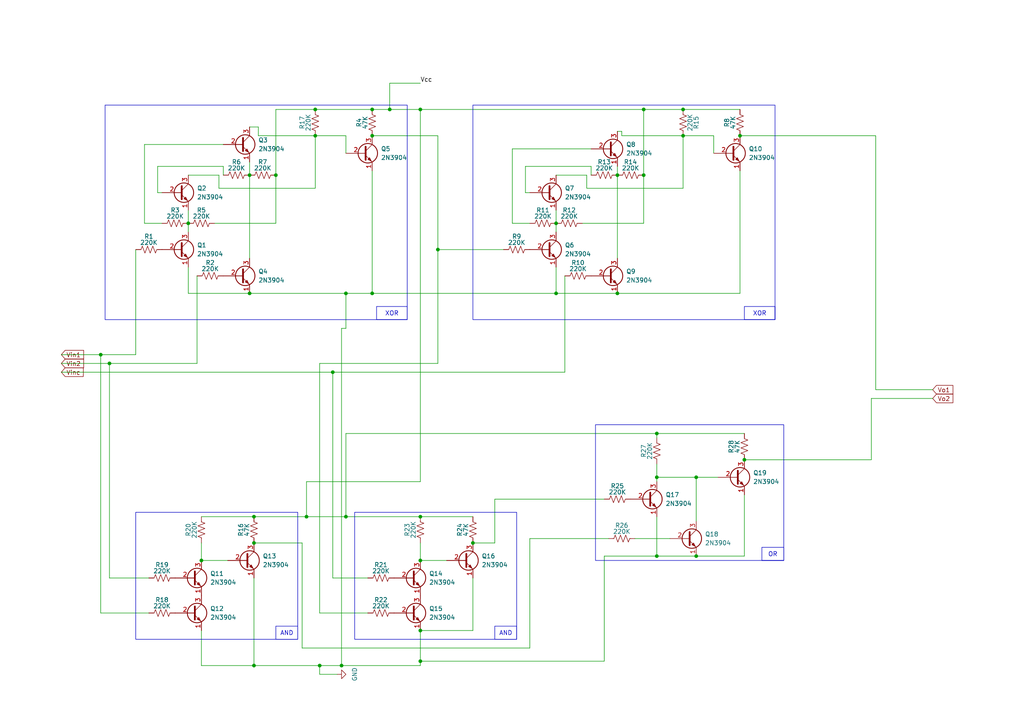
<source format=kicad_sch>
(kicad_sch (version 20231120) (generator "eeschema") (generator_version "8.0")
  (paper "A4")
  (title_block (title "1-Bit Adder") (date "2024-03-29") (rev "1.0"))
  (lib_symbols
    (symbol "Device:R_US" (pin_numbers hide) (pin_names (offset 0))
      (property "Reference" "R" (at 2.54 0 90))
      (property "Value" "R_US" (at -2.54 0 90))
      (symbol "R_US_0_1"
        (polyline (pts (xy 0 -2.286) (xy 0 -2.54)))
        (polyline (pts (xy 0 2.286) (xy 0 2.54)))
        (polyline (pts (xy 0 -0.762) (xy 1.016 -1.143) (xy 0 -1.524) (xy -1.016 -1.905) (xy 0 -2.286)))
        (polyline (pts (xy 0 0.762) (xy 1.016 0.381) (xy 0 0) (xy -1.016 -0.381) (xy 0 -0.762)))
        (polyline (pts (xy 0 2.286) (xy 1.016 1.905) (xy 0 1.524) (xy -1.016 1.143) (xy 0 0.762)))
      )
      (symbol "R_US_1_1"
        (pin passive line (at 0 3.81 270) (length 1.27) (name "~") (number "1"))
        (pin passive line (at 0 -3.81 90) (length 1.27) (name "~") (number "2"))
      )
    )
    (symbol "Simulation_SPICE:VDC" (pin_numbers hide) (pin_names (offset 0.0254))
      (property "Reference" "V" (at 2.54 2.54 0))
      (property "Value" "1" (at 2.54 0 0))
      (symbol "VDC_0_0"
        (polyline (pts (xy -1.27 0.254) (xy 1.27 0.254)))
        (polyline (pts (xy -0.762 -0.254) (xy -1.27 -0.254)))
        (polyline (pts (xy 0.254 -0.254) (xy -0.254 -0.254)))
        (polyline (pts (xy 1.27 -0.254) (xy 0.762 -0.254)))
        (text "+" (at 0 1.905 0) (effects (font (size 1.27 1.27))))
      )
      (symbol "VDC_0_1"
        (circle (center 0 0) (radius 2.54) (stroke (width 0.254)) (fill (type background)))
      )
      (symbol "VDC_1_1"
        (pin passive line (at 0 5.08 270) (length 2.54) (name "~") (number "1"))
        (pin passive line (at 0 -5.08 90) (length 2.54) (name "~") (number "2"))
      )
    )
    (symbol "Transistor_BJT:2N3904" (pin_names (offset 0) hide)
      (property "Reference" "Q" (at 5.08 1.905 0))
      (property "Value" "2N3904" (at 5.08 0 0))
      (symbol "2N3904_0_1"
        (polyline (pts (xy 0.635 0.635) (xy 2.54 2.54)))
        (polyline (pts (xy 0.635 -0.635) (xy 2.54 -2.54) (xy 2.54 -2.54)))
        (polyline (pts (xy 0.635 1.905) (xy 0.635 -1.905) (xy 0.635 -1.905)) (stroke (width 0.508)))
        (polyline (pts (xy 1.27 -1.778) (xy 1.778 -1.27) (xy 2.286 -2.286) (xy 1.27 -1.778) (xy 1.27 -1.778)) (fill (type outline)))
        (circle (center 1.27 0) (radius 2.8194) (stroke (width 0.254)))
      )
      (symbol "2N3904_1_1"
        (pin passive line (at 2.54 -5.08 90) (length 2.54) (name "E") (number "1"))
        (pin passive line (at -5.08 0 0) (length 5.715) (name "B") (number "2"))
        (pin passive line (at 2.54 5.08 270) (length 2.54) (name "C") (number "3"))
      )
    )
    (symbol "power:GND" (power) (pin_numbers hide) (pin_names (offset 0) hide)
      (property "Value" "GND" (at 0 -3.81 0))
      (symbol "GND_0_1"
        (polyline (pts (xy 0 0) (xy 0 -1.27) (xy 1.27 -1.27) (xy 0 -2.54) (xy -1.27 -1.27) (xy 0 -1.27)))
      )
      (symbol "GND_1_1"
        (pin power_in line (at 0 0 270) (length 0) (name "~") (number "1"))
      )
    )
  )
  (junction (at 54.61 64.77))
  (junction (at 127 72.39))
  (junction (at 107.95 39.37))
  (junction (at 179.07 85.09))
  (junction (at 214.63 39.37))
  (junction (at 80.01 50.8))
  (junction (at 121.92 182.88))
  (junction (at 91.44 31.75))
  (junction (at 73.66 157.48))
  (junction (at 121.92 149.86))
  (junction (at 107.95 31.75))
  (junction (at 190.5 138.43))
  (junction (at 198.12 31.75))
  (junction (at 186.69 50.8))
  (junction (at 190.5 125.73))
  (junction (at 121.92 31.75))
  (junction (at 92.71 193.04))
  (junction (at 137.16 157.48))
  (junction (at 96.52 107.95))
  (junction (at 31.75 105.41))
  (junction (at 121.92 162.56))
  (junction (at 100.33 149.86))
  (junction (at 91.44 39.37))
  (junction (at 100.33 85.09))
  (junction (at 113.03 31.75))
  (junction (at 73.66 193.04))
  (junction (at 88.9 149.86))
  (junction (at 161.29 85.09))
  (junction (at 72.39 50.8))
  (junction (at 121.92 191.77))
  (junction (at 107.95 85.09))
  (junction (at 161.29 64.77))
  (junction (at 201.93 138.43))
  (junction (at 73.66 149.86))
  (junction (at 58.42 162.56))
  (junction (at 72.39 85.09))
  (junction (at 190.5 161.29))
  (junction (at 99.06 193.04))
  (junction (at 201.93 161.29))
  (junction (at 179.07 50.8))
  (junction (at 29.21 102.87))
  (junction (at 215.9 133.35))
  (junction (at 198.12 39.37))
  (junction (at 186.69 31.75))
  (wire (pts (xy 74.93 36.83) (xy 72.39 36.83)))
  (wire (pts (xy 87.63 157.48) (xy 73.66 157.48)))
  (wire (pts (xy 57.15 105.41) (xy 31.75 105.41)))
  (wire (pts (xy 31.75 167.64) (xy 31.75 105.41)))
  (wire (pts (xy 92.71 105.41) (xy 92.71 177.8)))
  (wire (pts (xy 72.39 85.09) (xy 100.33 85.09)))
  (wire (pts (xy 254 39.37) (xy 254 113.03)))
  (wire (pts (xy 121.92 139.7) (xy 121.92 31.75)))
  (wire (pts (xy 107.95 49.53) (xy 107.95 85.09)))
  (wire (pts (xy 107.95 85.09) (xy 161.29 85.09)))
  (wire (pts (xy 180.34 39.37) (xy 198.12 39.37)))
  (wire (pts (xy 186.69 50.8) (xy 186.69 64.77)))
  (wire (pts (xy 43.18 177.8) (xy 29.21 177.8)))
  (wire (pts (xy 137.16 182.88) (xy 121.92 182.88)))
  (wire (pts (xy 45.72 48.26) (xy 64.77 48.26)))
  (wire (pts (xy 100.33 85.09) (xy 100.33 95.25)))
  (wire (pts (xy 72.39 50.8) (xy 72.39 74.93)))
  (wire (pts (xy 54.61 77.47) (xy 54.61 85.09)))
  (wire (pts (xy 186.69 31.75) (xy 198.12 31.75)))
  (wire (pts (xy 58.42 193.04) (xy 73.66 193.04)))
  (wire (pts (xy 54.61 60.96) (xy 54.61 64.77)))
  (wire (pts (xy 64.77 48.26) (xy 64.77 50.8)))
  (wire (pts (xy 58.42 149.86) (xy 73.66 149.86)))
  (wire (pts (xy 99.06 95.25) (xy 99.06 193.04)))
  (wire (pts (xy 190.5 138.43) (xy 190.5 139.7)))
  (wire (pts (xy 92.71 177.8) (xy 106.68 177.8)))
  (wire (pts (xy 91.44 39.37) (xy 74.93 39.37)))
  (wire (pts (xy 113.03 24.13) (xy 121.92 24.13)))
  (wire (pts (xy 88.9 149.86) (xy 88.9 139.7)))
  (wire (pts (xy 88.9 139.7) (xy 121.92 139.7)))
  (wire (pts (xy 58.42 157.48) (xy 58.42 162.56)))
  (wire (pts (xy 190.5 149.86) (xy 190.5 161.29)))
  (wire (pts (xy 100.33 125.73) (xy 190.5 125.73)))
  (wire (pts (xy 87.63 187.96) (xy 87.63 157.48)))
  (wire (pts (xy 161.29 77.47) (xy 161.29 85.09)))
  (wire (pts (xy 100.33 85.09) (xy 107.95 85.09)))
  (wire (pts (xy 153.67 156.21) (xy 153.67 187.96)))
  (wire (pts (xy 215.9 125.73) (xy 190.5 125.73)))
  (wire (pts (xy 179.07 48.26) (xy 179.07 50.8)))
  (wire (pts (xy 201.93 151.13) (xy 201.93 138.43)))
  (wire (pts (xy 91.44 39.37) (xy 91.44 54.61)))
  (wire (pts (xy 88.9 149.86) (xy 100.33 149.86)))
  (wire (pts (xy 179.07 85.09) (xy 214.63 85.09)))
  (wire (pts (xy 107.95 31.75) (xy 113.03 31.75)))
  (wire (pts (xy 96.52 107.95) (xy 96.52 167.64)))
  (wire (pts (xy 74.93 39.37) (xy 74.93 36.83)))
  (wire (pts (xy 17.78 107.95) (xy 96.52 107.95)))
  (wire (pts (xy 179.07 50.8) (xy 179.07 74.93)))
  (wire (pts (xy 184.15 156.21) (xy 194.31 156.21)))
  (wire (pts (xy 29.21 102.87) (xy 39.37 102.87)))
  (wire (pts (xy 80.01 31.75) (xy 80.01 50.8)))
  (wire (pts (xy 121.92 157.48) (xy 121.92 162.56)))
  (wire (pts (xy 170.18 54.61) (xy 198.12 54.61)))
  (wire (pts (xy 121.92 149.86) (xy 137.16 149.86)))
  (wire (pts (xy 58.42 182.88) (xy 58.42 193.04)))
  (wire (pts (xy 92.71 193.04) (xy 99.06 193.04)))
  (wire (pts (xy 73.66 193.04) (xy 92.71 193.04)))
  (wire (pts (xy 129.54 162.56) (xy 121.92 162.56)))
  (wire (pts (xy 152.4 55.88) (xy 153.67 55.88)))
  (wire (pts (xy 215.9 143.51) (xy 215.9 161.29)))
  (wire (pts (xy 43.18 167.64) (xy 31.75 167.64)))
  (wire (pts (xy 73.66 149.86) (xy 88.9 149.86)))
  (wire (pts (xy 92.71 195.58) (xy 92.71 193.04)))
  (wire (pts (xy 143.51 144.78) (xy 175.26 144.78)))
  (wire (pts (xy 100.33 44.45) (xy 100.33 39.37)))
  (wire (pts (xy 57.15 80.01) (xy 57.15 105.41)))
  (wire (pts (xy 54.61 64.77) (xy 54.61 67.31)))
  (wire (pts (xy 91.44 31.75) (xy 107.95 31.75)))
  (wire (pts (xy 175.26 191.77) (xy 121.92 191.77)))
  (wire (pts (xy 207.01 39.37) (xy 198.12 39.37)))
  (wire (pts (xy 198.12 31.75) (xy 214.63 31.75)))
  (wire (pts (xy 186.69 31.75) (xy 186.69 50.8)))
  (wire (pts (xy 175.26 161.29) (xy 175.26 191.77)))
  (wire (pts (xy 171.45 48.26) (xy 171.45 50.8)))
  (wire (pts (xy 252.73 115.57) (xy 252.73 133.35)))
  (wire (pts (xy 17.78 105.41) (xy 31.75 105.41)))
  (wire (pts (xy 113.03 31.75) (xy 121.92 31.75)))
  (wire (pts (xy 127 72.39) (xy 146.05 72.39)))
  (wire (pts (xy 153.67 156.21) (xy 176.53 156.21)))
  (wire (pts (xy 148.59 64.77) (xy 148.59 43.18)))
  (wire (pts (xy 121.92 31.75) (xy 186.69 31.75)))
  (wire (pts (xy 190.5 138.43) (xy 201.93 138.43)))
  (wire (pts (xy 152.4 48.26) (xy 171.45 48.26)))
  (wire (pts (xy 190.5 134.62) (xy 190.5 138.43)))
  (wire (pts (xy 215.9 133.35) (xy 252.73 133.35)))
  (wire (pts (xy 121.92 182.88) (xy 121.92 191.77)))
  (wire (pts (xy 190.5 161.29) (xy 201.93 161.29)))
  (wire (pts (xy 254 39.37) (xy 214.63 39.37)))
  (wire (pts (xy 198.12 39.37) (xy 198.12 54.61)))
  (wire (pts (xy 100.33 95.25) (xy 99.06 95.25)))
  (wire (pts (xy 45.72 55.88) (xy 45.72 48.26)))
  (wire (pts (xy 72.39 46.99) (xy 72.39 50.8)))
  (wire (pts (xy 17.78 102.87) (xy 29.21 102.87)))
  (wire (pts (xy 137.16 167.64) (xy 137.16 182.88)))
  (wire (pts (xy 190.5 125.73) (xy 190.5 127)))
  (wire (pts (xy 100.33 125.73) (xy 100.33 149.86)))
  (wire (pts (xy 161.29 64.77) (xy 161.29 67.31)))
  (wire (pts (xy -30.48 114.3) (xy -30.48 115.57)))
  (wire (pts (xy 127 39.37) (xy 127 72.39)))
  (wire (pts (xy 80.01 31.75) (xy 91.44 31.75)))
  (wire (pts (xy 270.51 113.03) (xy 254 113.03)))
  (wire (pts (xy 127 72.39) (xy 127 105.41)))
  (wire (pts (xy 63.5 50.8) (xy 63.5 54.61)))
  (wire (pts (xy 54.61 85.09) (xy 72.39 85.09)))
  (wire (pts (xy 63.5 54.61) (xy 91.44 54.61)))
  (wire (pts (xy 137.16 157.48) (xy 143.51 157.48)))
  (wire (pts (xy 99.06 193.04) (xy 121.92 193.04)))
  (wire (pts (xy 66.04 162.56) (xy 58.42 162.56)))
  (wire (pts (xy 45.72 55.88) (xy 46.99 55.88)))
  (wire (pts (xy 54.61 50.8) (xy 63.5 50.8)))
  (wire (pts (xy 46.99 64.77) (xy 41.91 64.77)))
  (wire (pts (xy 180.34 38.1) (xy 180.34 39.37)))
  (wire (pts (xy 41.91 64.77) (xy 41.91 41.91)))
  (wire (pts (xy 62.23 64.77) (xy 80.01 64.77)))
  (wire (pts (xy 153.67 64.77) (xy 148.59 64.77)))
  (wire (pts (xy 161.29 50.8) (xy 170.18 50.8)))
  (wire (pts (xy 163.83 80.01) (xy 163.83 107.95)))
  (wire (pts (xy 207.01 44.45) (xy 207.01 39.37)))
  (wire (pts (xy 127 39.37) (xy 107.95 39.37)))
  (wire (pts (xy 121.92 191.77) (xy 121.92 193.04)))
  (wire (pts (xy 92.71 195.58) (xy 97.79 195.58)))
  (wire (pts (xy 161.29 85.09) (xy 179.07 85.09)))
  (wire (pts (xy 170.18 50.8) (xy 170.18 54.61)))
  (wire (pts (xy 29.21 177.8) (xy 29.21 102.87)))
  (wire (pts (xy 113.03 24.13) (xy 113.03 31.75)))
  (wire (pts (xy 39.37 102.87) (xy 39.37 72.39)))
  (wire (pts (xy 201.93 138.43) (xy 208.28 138.43)))
  (wire (pts (xy 73.66 167.64) (xy 73.66 193.04)))
  (wire (pts (xy 148.59 43.18) (xy 171.45 43.18)))
  (wire (pts (xy 96.52 167.64) (xy 106.68 167.64)))
  (wire (pts (xy 100.33 149.86) (xy 121.92 149.86)))
  (wire (pts (xy 214.63 49.53) (xy 214.63 85.09)))
  (wire (pts (xy 152.4 55.88) (xy 152.4 48.26)))
  (wire (pts (xy 168.91 64.77) (xy 186.69 64.77)))
  (wire (pts (xy 143.51 157.48) (xy 143.51 144.78)))
  (wire (pts (xy 127 105.41) (xy 92.71 105.41)))
  (wire (pts (xy 190.5 161.29) (xy 175.26 161.29)))
  (wire (pts (xy 91.44 39.37) (xy 100.33 39.37)))
  (wire (pts (xy 270.51 115.57) (xy 252.73 115.57)))
  (wire (pts (xy 80.01 50.8) (xy 80.01 64.77)))
  (wire (pts (xy 201.93 161.29) (xy 215.9 161.29)))
  (wire (pts (xy 179.07 38.1) (xy 180.34 38.1)))
  (wire (pts (xy 41.91 41.91) (xy 64.77 41.91)))
  (wire (pts (xy 96.52 107.95) (xy 163.83 107.95)))
  (wire (pts (xy 161.29 60.96) (xy 161.29 64.77)))
  (wire (pts (xy 153.67 187.96) (xy 87.63 187.96)))
  (rectangle (start 102.87 148.59) (end 149.86 185.42))
  (rectangle (start 137.16 30.48) (end 224.79 92.71))
  (rectangle (start 172.72 123.19) (end 227.33 162.56))
  (rectangle (start 30.48 30.48) (end 118.11 92.71))
  (rectangle (start 39.37 148.59) (end 86.36 185.42))
  (text_box "XOR\n" (at 109.22 88.9 0) (size 8.89 3.81) (effects (font (size 1.27 1.27))))
  (text_box "OR" (at 220.98 158.75 0) (size 6.35 3.81) (effects (font (size 1.27 1.27))))
  (text_box "AND" (at 80.01 181.61 0) (size 6.35 3.81) (effects (font (size 1.27 1.27))))
  (text_box "AND" (at 143.51 181.61 0) (size 6.35 3.81) (effects (font (size 1.27 1.27))))
  (text_box "XOR\n" (at 215.9 88.9 0) (size 8.89 3.81) (effects (font (size 1.27 1.27))))
  (label "Vin2" (at -30.48 115.57 0))
  (label "Vin1" (at -46.99 115.57 0))
  (label "Vinc" (at -15.24 115.57 0))
  (label "Vcc" (at 121.92 24.13 0))
  (label "Vcc" (at -15.24 135.89 0))
  (global_label "Vo1" (shape input) (at 270.51 113.03 0) (property "Intersheetrefs" "${INTERSHEET_REFS}" (effects (hide yes))))
  (global_label "Vin2" (shape input) (at 17.78 105.41 0) (property "Intersheetrefs" "${INTERSHEET_REFS}" (effects (hide yes))))
  (global_label "Vin1" (shape input) (at 17.78 102.87 0) (property "Intersheetrefs" "${INTERSHEET_REFS}" (effects (hide yes))))
  (global_label "Vo2" (shape input) (at 270.51 115.57 0) (property "Intersheetrefs" "${INTERSHEET_REFS}" (effects (hide yes))))
  (global_label "Vinc" (shape input) (at 17.78 107.95 0) (property "Intersheetrefs" "${INTERSHEET_REFS}" (effects (hide yes))))
  (symbol (lib_id "Transistor_BJT:2N3904") (at 213.36 138.43 0) (unit 1)
    (property "Reference" "Q19" (at 218.44 137.1599 0) (effects (justify left)))
    (property "Value" "2N3904" (at 218.44 139.6999 0) (effects (justify left)))
    (property "Footprint" "Package_TO_SOT_THT:TO-92_HandSolder" (effects (hide yes)))
    (property "Datasheet" "https://www.onsemi.com/pub/Collateral/2N3903-D.PDF" (effects (hide yes)))
    (property "Description" "0.2A Ic, 40V Vce, Small Signal NPN Transistor, TO-92" (effects (hide yes)))
    (property "Sim.Library" "2N3904.lib" (effects (hide yes)))
    (property "Sim.Name" "2N3904" (effects (hide yes)))
    (property "Sim.Device" "NPN" (effects (hide yes)))
    (property "Sim.Type" "GUMMELPOON" (effects (hide yes)))
    (property "Sim.Pins" "1=E 2=B 3=C" (effects (hide yes)))
  )
  (symbol (lib_id "power:GND") (at -15.24 125.73 0) (unit 1)
    (property "Reference" "#PWR02" (effects (hide yes)))
    (property "Value" "GND" (at -15.24 130.81 0))
    (property "Description" "Power symbol creates a global label with name \"GND\" , ground" (effects (hide yes)))
  )
  (symbol (lib_id "Device:R_US") (at 137.16 153.67 180) (unit 1)
    (property "Reference" "R24" (at 133.35 153.67 90))
    (property "Value" "47K" (at 135.128 153.67 90))
    (property "Footprint" "Resistor_THT:R_Axial_DIN0207_L6.3mm_D2.5mm_P2.54mm_Vertical" (effects (hide yes)))
    (property "Description" "Resistor, US symbol" (effects (hide yes)))
  )
  (symbol (lib_id "Transistor_BJT:2N3904") (at 212.09 44.45 0) (unit 1)
    (property "Reference" "Q10" (at 217.17 43.1799 0) (effects (justify left)))
    (property "Value" "2N3904" (at 217.17 45.7199 0) (effects (justify left)))
    (property "Footprint" "Package_TO_SOT_THT:TO-92_HandSolder" (effects (hide yes)))
    (property "Datasheet" "https://www.onsemi.com/pub/Collateral/2N3903-D.PDF" (effects (hide yes)))
    (property "Description" "0.2A Ic, 40V Vce, Small Signal NPN Transistor, TO-92" (effects (hide yes)))
    (property "Sim.Library" "2N3904.lib" (effects (hide yes)))
    (property "Sim.Name" "2N3904" (effects (hide yes)))
    (property "Sim.Device" "NPN" (effects (hide yes)))
    (property "Sim.Type" "GUMMELPOON" (effects (hide yes)))
    (property "Sim.Pins" "1=E 2=B 3=C" (effects (hide yes)))
  )
  (symbol (lib_id "Device:R_US") (at 46.99 177.8 90) (unit 1)
    (property "Reference" "R18" (at 46.99 173.99 90))
    (property "Value" "220K" (at 46.99 175.768 90))
    (property "Footprint" "Resistor_THT:R_Axial_DIN0207_L6.3mm_D2.5mm_P2.54mm_Vertical" (effects (hide yes)))
    (property "Description" "Resistor, US symbol" (effects (hide yes)))
  )
  (symbol (lib_id "Transistor_BJT:2N3904") (at 69.85 41.91 0) (unit 1)
    (property "Reference" "Q3" (at 74.93 40.6399 0) (effects (justify left)))
    (property "Value" "2N3904" (at 74.93 43.1799 0) (effects (justify left)))
    (property "Footprint" "Package_TO_SOT_THT:TO-92_HandSolder" (effects (hide yes)))
    (property "Datasheet" "https://www.onsemi.com/pub/Collateral/2N3903-D.PDF" (effects (hide yes)))
    (property "Description" "0.2A Ic, 40V Vce, Small Signal NPN Transistor, TO-92" (effects (hide yes)))
    (property "Sim.Library" "2N3904.lib" (effects (hide yes)))
    (property "Sim.Name" "2N3904" (effects (hide yes)))
    (property "Sim.Device" "NPN" (effects (hide yes)))
    (property "Sim.Type" "GUMMELPOON" (effects (hide yes)))
    (property "Sim.Pins" "1=E 2=B 3=C" (effects (hide yes)))
  )
  (symbol (lib_id "Device:R_US") (at 149.86 72.39 90) (unit 1)
    (property "Reference" "R9" (at 149.86 68.58 90))
    (property "Value" "220K" (at 149.86 70.358 90))
    (property "Footprint" "Resistor_THT:R_Axial_DIN0207_L6.3mm_D2.5mm_P2.54mm_Vertical" (effects (hide yes)))
    (property "Description" "Resistor, US symbol" (effects (hide yes)))
  )
  (symbol (lib_id "Device:R_US") (at 214.63 35.56 180) (unit 1)
    (property "Reference" "R8" (at 210.82 35.56 90))
    (property "Value" "47K" (at 212.598 35.56 90))
    (property "Footprint" "Resistor_THT:R_Axial_DIN0207_L6.3mm_D2.5mm_P2.54mm_Vertical" (effects (hide yes)))
    (property "Description" "Resistor, US symbol" (effects (hide yes)))
  )
  (symbol (lib_id "Transistor_BJT:2N3904") (at 105.41 44.45 0) (unit 1)
    (property "Reference" "Q5" (at 110.49 43.1799 0) (effects (justify left)))
    (property "Value" "2N3904" (at 110.49 45.7199 0) (effects (justify left)))
    (property "Footprint" "Package_TO_SOT_THT:TO-92_HandSolder" (effects (hide yes)))
    (property "Datasheet" "https://www.onsemi.com/pub/Collateral/2N3903-D.PDF" (effects (hide yes)))
    (property "Description" "0.2A Ic, 40V Vce, Small Signal NPN Transistor, TO-92" (effects (hide yes)))
    (property "Sim.Library" "2N3904.lib" (effects (hide yes)))
    (property "Sim.Name" "2N3904" (effects (hide yes)))
    (property "Sim.Device" "NPN" (effects (hide yes)))
    (property "Sim.Type" "GUMMELPOON" (effects (hide yes)))
    (property "Sim.Pins" "1=E 2=B 3=C" (effects (hide yes)))
  )
  (symbol (lib_id "Device:R_US") (at 180.34 156.21 90) (unit 1)
    (property "Reference" "R26" (at 180.34 152.4 90))
    (property "Value" "220K" (at 180.34 154.178 90))
    (property "Footprint" "Resistor_THT:R_Axial_DIN0207_L6.3mm_D2.5mm_P2.54mm_Vertical" (effects (hide yes)))
    (property "Description" "Resistor, US symbol" (effects (hide yes)))
  )
  (symbol (lib_id "Transistor_BJT:2N3904") (at 55.88 167.64 0) (unit 1)
    (property "Reference" "Q11" (at 60.96 166.3699 0) (effects (justify left)))
    (property "Value" "2N3904" (at 60.96 168.9099 0) (effects (justify left)))
    (property "Footprint" "Package_TO_SOT_THT:TO-92_HandSolder" (effects (hide yes)))
    (property "Datasheet" "https://www.onsemi.com/pub/Collateral/2N3903-D.PDF" (effects (hide yes)))
    (property "Description" "0.2A Ic, 40V Vce, Small Signal NPN Transistor, TO-92" (effects (hide yes)))
    (property "Sim.Library" "2N3904.lib" (effects (hide yes)))
    (property "Sim.Name" "2N3904" (effects (hide yes)))
    (property "Sim.Device" "NPN" (effects (hide yes)))
    (property "Sim.Type" "GUMMELPOON" (effects (hide yes)))
    (property "Sim.Pins" "1=E 2=B 3=C" (effects (hide yes)))
  )
  (symbol (lib_id "Device:R_US") (at 165.1 64.77 90) (unit 1)
    (property "Reference" "R12" (at 165.1 60.96 90))
    (property "Value" "220K" (at 165.1 62.738 90))
    (property "Footprint" "Resistor_THT:R_Axial_DIN0207_L6.3mm_D2.5mm_P2.54mm_Vertical" (effects (hide yes)))
    (property "Description" "Resistor, US symbol" (effects (hide yes)))
  )
  (symbol (lib_id "Device:R_US") (at 121.92 153.67 180) (unit 1)
    (property "Reference" "R23" (at 118.11 153.67 90))
    (property "Value" "220K" (at 119.888 153.67 90))
    (property "Footprint" "Resistor_THT:R_Axial_DIN0207_L6.3mm_D2.5mm_P2.54mm_Vertical" (effects (hide yes)))
    (property "Description" "Resistor, US symbol" (effects (hide yes)))
  )
  (symbol (lib_id "Device:R_US") (at 91.44 35.56 180) (unit 1)
    (property "Reference" "R17" (at 87.63 35.56 90))
    (property "Value" "220K" (at 89.408 35.56 90))
    (property "Footprint" "Resistor_THT:R_Axial_DIN0207_L6.3mm_D2.5mm_P2.54mm_Vertical" (effects (hide yes)))
    (property "Description" "Resistor, US symbol" (effects (hide yes)))
  )
  (symbol (lib_id "Transistor_BJT:2N3904") (at 71.12 162.56 0) (unit 1)
    (property "Reference" "Q13" (at 76.2 161.2899 0) (effects (justify left)))
    (property "Value" "2N3904" (at 76.2 163.8299 0) (effects (justify left)))
    (property "Footprint" "Package_TO_SOT_THT:TO-92_HandSolder" (effects (hide yes)))
    (property "Datasheet" "https://www.onsemi.com/pub/Collateral/2N3903-D.PDF" (effects (hide yes)))
    (property "Description" "0.2A Ic, 40V Vce, Small Signal NPN Transistor, TO-92" (effects (hide yes)))
    (property "Sim.Library" "2N3904.lib" (effects (hide yes)))
    (property "Sim.Name" "2N3904" (effects (hide yes)))
    (property "Sim.Device" "NPN" (effects (hide yes)))
    (property "Sim.Type" "GUMMELPOON" (effects (hide yes)))
    (property "Sim.Pins" "1=E 2=B 3=C" (effects (hide yes)))
  )
  (symbol (lib_id "Device:R_US") (at 179.07 144.78 90) (unit 1)
    (property "Reference" "R25" (at 179.07 140.97 90))
    (property "Value" "220K" (at 179.07 142.748 90))
    (property "Footprint" "Resistor_THT:R_Axial_DIN0207_L6.3mm_D2.5mm_P2.54mm_Vertical" (effects (hide yes)))
    (property "Description" "Resistor, US symbol" (effects (hide yes)))
  )
  (symbol (lib_id "Simulation_SPICE:VDC") (at -15.24 140.97 0) (unit 1)
    (property "Reference" "Vcc1" (at -10.16 139.5701 0) (effects (justify left)))
    (property "Value" "5" (at -10.16 142.1101 0) (effects (justify left)))
    (property "Datasheet" "https://ngspice.sourceforge.io/docs/ngspice-html-manual/manual.xhtml#sec_Independent_Sources_for" (effects (hide yes)))
    (property "Description" "Voltage source, DC" (effects (hide yes)))
    (property "Sim.Pins" "1=+ 2=-" (effects (hide yes)))
    (property "Sim.Type" "DC" (effects (hide yes)))
    (property "Sim.Device" "V" (effects (hide yes)))
  )
  (symbol (lib_id "power:GND") (at -15.24 146.05 0) (unit 1)
    (property "Reference" "#PWR03" (effects (hide yes)))
    (property "Value" "GND" (at -15.24 151.13 0))
    (property "Description" "Power symbol creates a global label with name \"GND\" , ground" (effects (hide yes)))
  )
  (symbol (lib_id "Device:R_US") (at 68.58 50.8 90) (unit 1)
    (property "Reference" "R6" (at 68.58 46.99 90))
    (property "Value" "220K" (at 68.58 48.768 90))
    (property "Footprint" "Resistor_THT:R_Axial_DIN0207_L6.3mm_D2.5mm_P2.54mm_Vertical" (effects (hide yes)))
    (property "Description" "Resistor, US symbol" (effects (hide yes)))
  )
  (symbol (lib_id "power:GND") (at -30.48 124.46 0) (unit 1)
    (property "Reference" "#PWR01" (effects (hide yes)))
    (property "Value" "GND" (at -30.48 129.54 0))
    (property "Description" "Power symbol creates a global label with name \"GND\" , ground" (effects (hide yes)))
  )
  (symbol (lib_id "Simulation_SPICE:VDC") (at -15.24 120.65 0) (unit 1)
    (property "Reference" "Vinc1" (at -10.16 119.2501 0) (effects (justify left)))
    (property "Value" "0" (at -10.16 121.7901 0) (effects (justify left)))
    (property "Datasheet" "https://ngspice.sourceforge.io/docs/ngspice-html-manual/manual.xhtml#sec_Independent_Sources_for" (effects (hide yes)))
    (property "Description" "Voltage source, DC" (effects (hide yes)))
    (property "Sim.Pins" "1=+ 2=-" (effects (hide yes)))
    (property "Sim.Type" "DC" (effects (hide yes)))
    (property "Sim.Device" "V" (effects (hide yes)))
  )
  (symbol (lib_id "Device:R_US") (at 190.5 130.81 180) (unit 1)
    (property "Reference" "R27" (at 186.69 130.81 90))
    (property "Value" "220K" (at 188.468 130.81 90))
    (property "Footprint" "Resistor_THT:R_Axial_DIN0207_L6.3mm_D2.5mm_P2.54mm_Vertical" (effects (hide yes)))
    (property "Description" "Resistor, US symbol" (effects (hide yes)))
  )
  (symbol (lib_id "Transistor_BJT:2N3904") (at 134.62 162.56 0) (unit 1)
    (property "Reference" "Q16" (at 139.7 161.2899 0) (effects (justify left)))
    (property "Value" "2N3904" (at 139.7 163.8299 0) (effects (justify left)))
    (property "Footprint" "Package_TO_SOT_THT:TO-92_HandSolder" (effects (hide yes)))
    (property "Datasheet" "https://www.onsemi.com/pub/Collateral/2N3903-D.PDF" (effects (hide yes)))
    (property "Description" "0.2A Ic, 40V Vce, Small Signal NPN Transistor, TO-92" (effects (hide yes)))
    (property "Sim.Library" "2N3904.lib" (effects (hide yes)))
    (property "Sim.Name" "2N3904" (effects (hide yes)))
    (property "Sim.Device" "NPN" (effects (hide yes)))
    (property "Sim.Type" "GUMMELPOON" (effects (hide yes)))
    (property "Sim.Pins" "1=E 2=B 3=C" (effects (hide yes)))
  )
  (symbol (lib_id "Device:R_US") (at 58.42 64.77 90) (unit 1)
    (property "Reference" "R5" (at 58.42 60.96 90))
    (property "Value" "220K" (at 58.42 62.738 90))
    (property "Footprint" "Resistor_THT:R_Axial_DIN0207_L6.3mm_D2.5mm_P2.54mm_Vertical" (effects (hide yes)))
    (property "Description" "Resistor, US symbol" (effects (hide yes)))
  )
  (symbol (lib_id "Device:R_US") (at 110.49 167.64 90) (unit 1)
    (property "Reference" "R21" (at 110.49 163.83 90))
    (property "Value" "220K" (at 110.49 165.608 90))
    (property "Footprint" "Resistor_THT:R_Axial_DIN0207_L6.3mm_D2.5mm_P2.54mm_Vertical" (effects (hide yes)))
    (property "Description" "Resistor, US symbol" (effects (hide yes)))
  )
  (symbol (lib_id "power:GND") (at 97.79 195.58 90) (unit 1)
    (property "Reference" "#PWR04" (effects (hide yes)))
    (property "Value" "GND" (at 102.87 195.58 0))
    (property "Description" "Power symbol creates a global label with name \"GND\" , ground" (effects (hide yes)))
  )
  (symbol (lib_id "Simulation_SPICE:VDC") (at -30.48 119.38 0) (unit 1)
    (property "Reference" "Vin2" (at -25.4 117.9801 0) (effects (justify left)))
    (property "Value" "5" (at -25.4 120.5201 0) (effects (justify left)))
    (property "Datasheet" "https://ngspice.sourceforge.io/docs/ngspice-html-manual/manual.xhtml#sec_Independent_Sources_for" (effects (hide yes)))
    (property "Description" "Voltage source, DC" (effects (hide yes)))
    (property "Sim.Pins" "1=+ 2=-" (effects (hide yes)))
    (property "Sim.Type" "DC" (effects (hide yes)))
    (property "Sim.Device" "V" (effects (hide yes)))
  )
  (symbol (lib_id "Device:R_US") (at 60.96 80.01 90) (unit 1)
    (property "Reference" "R2" (at 60.96 76.2 90))
    (property "Value" "220K" (at 60.96 77.978 90))
    (property "Footprint" "Resistor_THT:R_Axial_DIN0207_L6.3mm_D2.5mm_P2.54mm_Vertical" (effects (hide yes)))
    (property "Description" "Resistor, US symbol" (effects (hide yes)))
  )
  (symbol (lib_id "Device:R_US") (at 76.2 50.8 90) (unit 1)
    (property "Reference" "R7" (at 76.2 46.99 90))
    (property "Value" "220K" (at 76.2 48.768 90))
    (property "Footprint" "Resistor_THT:R_Axial_DIN0207_L6.3mm_D2.5mm_P2.54mm_Vertical" (effects (hide yes)))
    (property "Description" "Resistor, US symbol" (effects (hide yes)))
  )
  (symbol (lib_id "Device:R_US") (at 157.48 64.77 90) (unit 1)
    (property "Reference" "R11" (at 157.48 60.96 90))
    (property "Value" "220K" (at 157.48 62.738 90))
    (property "Footprint" "Resistor_THT:R_Axial_DIN0207_L6.3mm_D2.5mm_P2.54mm_Vertical" (effects (hide yes)))
    (property "Description" "Resistor, US symbol" (effects (hide yes)))
  )
  (symbol (lib_id "Device:R_US") (at 58.42 153.67 180) (unit 1)
    (property "Reference" "R20" (at 54.61 153.67 90))
    (property "Value" "220K" (at 56.388 153.67 90))
    (property "Footprint" "Resistor_THT:R_Axial_DIN0207_L6.3mm_D2.5mm_P2.54mm_Vertical" (effects (hide yes)))
    (property "Description" "Resistor, US symbol" (effects (hide yes)))
  )
  (symbol (lib_id "Transistor_BJT:2N3904") (at 176.53 43.18 0) (unit 1)
    (property "Reference" "Q8" (at 181.61 41.9099 0) (effects (justify left)))
    (property "Value" "2N3904" (at 181.61 44.4499 0) (effects (justify left)))
    (property "Footprint" "Package_TO_SOT_THT:TO-92_HandSolder" (effects (hide yes)))
    (property "Datasheet" "https://www.onsemi.com/pub/Collateral/2N3903-D.PDF" (effects (hide yes)))
    (property "Description" "0.2A Ic, 40V Vce, Small Signal NPN Transistor, TO-92" (effects (hide yes)))
    (property "Sim.Library" "2N3904.lib" (effects (hide yes)))
    (property "Sim.Name" "2N3904" (effects (hide yes)))
    (property "Sim.Device" "NPN" (effects (hide yes)))
    (property "Sim.Type" "GUMMELPOON" (effects (hide yes)))
    (property "Sim.Pins" "1=E 2=B 3=C" (effects (hide yes)))
  )
  (symbol (lib_id "Device:R_US") (at 198.12 35.56 0) (unit 1)
    (property "Reference" "R15" (at 201.93 35.56 90))
    (property "Value" "220K" (at 200.152 35.56 90))
    (property "Footprint" "Resistor_THT:R_Axial_DIN0207_L6.3mm_D2.5mm_P2.54mm_Vertical" (effects (hide yes)))
    (property "Description" "Resistor, US symbol" (effects (hide yes)))
  )
  (symbol (lib_id "Transistor_BJT:2N3904") (at 69.85 80.01 0) (unit 1)
    (property "Reference" "Q4" (at 74.93 78.7399 0) (effects (justify left)))
    (property "Value" "2N3904" (at 74.93 81.2799 0) (effects (justify left)))
    (property "Footprint" "Package_TO_SOT_THT:TO-92_HandSolder" (effects (hide yes)))
    (property "Datasheet" "https://www.onsemi.com/pub/Collateral/2N3903-D.PDF" (effects (hide yes)))
    (property "Description" "0.2A Ic, 40V Vce, Small Signal NPN Transistor, TO-92" (effects (hide yes)))
    (property "Sim.Library" "2N3904.lib" (effects (hide yes)))
    (property "Sim.Name" "2N3904" (effects (hide yes)))
    (property "Sim.Device" "NPN" (effects (hide yes)))
    (property "Sim.Type" "GUMMELPOON" (effects (hide yes)))
    (property "Sim.Pins" "1=E 2=B 3=C" (effects (hide yes)))
  )
  (symbol (lib_id "Transistor_BJT:2N3904") (at 158.75 72.39 0) (unit 1)
    (property "Reference" "Q6" (at 163.83 71.1199 0) (effects (justify left)))
    (property "Value" "2N3904" (at 163.83 73.6599 0) (effects (justify left)))
    (property "Footprint" "Package_TO_SOT_THT:TO-92_HandSolder" (effects (hide yes)))
    (property "Datasheet" "https://www.onsemi.com/pub/Collateral/2N3903-D.PDF" (effects (hide yes)))
    (property "Description" "0.2A Ic, 40V Vce, Small Signal NPN Transistor, TO-92" (effects (hide yes)))
    (property "Sim.Library" "2N3904.lib" (effects (hide yes)))
    (property "Sim.Name" "2N3904" (effects (hide yes)))
    (property "Sim.Device" "NPN" (effects (hide yes)))
    (property "Sim.Type" "GUMMELPOON" (effects (hide yes)))
    (property "Sim.Pins" "1=E 2=B 3=C" (effects (hide yes)))
  )
  (symbol (lib_id "Device:R_US") (at 110.49 177.8 90) (unit 1)
    (property "Reference" "R22" (at 110.49 173.99 90))
    (property "Value" "220K" (at 110.49 175.768 90))
    (property "Footprint" "Resistor_THT:R_Axial_DIN0207_L6.3mm_D2.5mm_P2.54mm_Vertical" (effects (hide yes)))
    (property "Description" "Resistor, US symbol" (effects (hide yes)))
  )
  (symbol (lib_id "Device:R_US") (at 50.8 64.77 90) (unit 1)
    (property "Reference" "R3" (at 50.8 60.96 90))
    (property "Value" "220K" (at 50.8 62.738 90))
    (property "Footprint" "Resistor_THT:R_Axial_DIN0207_L6.3mm_D2.5mm_P2.54mm_Vertical" (effects (hide yes)))
    (property "Description" "Resistor, US symbol" (effects (hide yes)))
  )
  (symbol (lib_id "Transistor_BJT:2N3904") (at 187.96 144.78 0) (unit 1)
    (property "Reference" "Q17" (at 193.04 143.5099 0) (effects (justify left)))
    (property "Value" "2N3904" (at 193.04 146.0499 0) (effects (justify left)))
    (property "Footprint" "Package_TO_SOT_THT:TO-92_HandSolder" (effects (hide yes)))
    (property "Datasheet" "https://www.onsemi.com/pub/Collateral/2N3903-D.PDF" (effects (hide yes)))
    (property "Description" "0.2A Ic, 40V Vce, Small Signal NPN Transistor, TO-92" (effects (hide yes)))
    (property "Sim.Library" "2N3904.lib" (effects (hide yes)))
    (property "Sim.Name" "2N3904" (effects (hide yes)))
    (property "Sim.Device" "NPN" (effects (hide yes)))
    (property "Sim.Type" "GUMMELPOON" (effects (hide yes)))
    (property "Sim.Pins" "1=E 2=B 3=C" (effects (hide yes)))
  )
  (symbol (lib_id "Transistor_BJT:2N3904") (at 176.53 80.01 0) (unit 1)
    (property "Reference" "Q9" (at 181.61 78.7399 0) (effects (justify left)))
    (property "Value" "2N3904" (at 181.61 81.2799 0) (effects (justify left)))
    (property "Footprint" "Package_TO_SOT_THT:TO-92_HandSolder" (effects (hide yes)))
    (property "Datasheet" "https://www.onsemi.com/pub/Collateral/2N3903-D.PDF" (effects (hide yes)))
    (property "Description" "0.2A Ic, 40V Vce, Small Signal NPN Transistor, TO-92" (effects (hide yes)))
    (property "Sim.Library" "2N3904.lib" (effects (hide yes)))
    (property "Sim.Name" "2N3904" (effects (hide yes)))
    (property "Sim.Device" "NPN" (effects (hide yes)))
    (property "Sim.Type" "GUMMELPOON" (effects (hide yes)))
    (property "Sim.Pins" "1=E 2=B 3=C" (effects (hide yes)))
  )
  (symbol (lib_id "power:GND") (at -46.99 125.73 0) (unit 1)
    (property "Reference" "#PWR05" (effects (hide yes)))
    (property "Value" "GND" (at -47.244 130.302 0))
    (property "Description" "Power symbol creates a global label with name \"GND\" , ground" (effects (hide yes)))
  )
  (symbol (lib_id "Transistor_BJT:2N3904") (at 158.75 55.88 0) (unit 1)
    (property "Reference" "Q7" (at 163.83 54.6099 0) (effects (justify left)))
    (property "Value" "2N3904" (at 163.83 57.1499 0) (effects (justify left)))
    (property "Footprint" "Package_TO_SOT_THT:TO-92_HandSolder" (effects (hide yes)))
    (property "Datasheet" "https://www.onsemi.com/pub/Collateral/2N3903-D.PDF" (effects (hide yes)))
    (property "Description" "0.2A Ic, 40V Vce, Small Signal NPN Transistor, TO-92" (effects (hide yes)))
    (property "Sim.Library" "2N3904.lib" (effects (hide yes)))
    (property "Sim.Name" "2N3904" (effects (hide yes)))
    (property "Sim.Device" "NPN" (effects (hide yes)))
    (property "Sim.Type" "GUMMELPOON" (effects (hide yes)))
    (property "Sim.Pins" "1=E 2=B 3=C" (effects (hide yes)))
  )
  (symbol (lib_id "Transistor_BJT:2N3904") (at 119.38 177.8 0) (unit 1)
    (property "Reference" "Q15" (at 124.46 176.5299 0) (effects (justify left)))
    (property "Value" "2N3904" (at 124.46 179.0699 0) (effects (justify left)))
    (property "Footprint" "Package_TO_SOT_THT:TO-92_HandSolder" (effects (hide yes)))
    (property "Datasheet" "https://www.onsemi.com/pub/Collateral/2N3903-D.PDF" (effects (hide yes)))
    (property "Description" "0.2A Ic, 40V Vce, Small Signal NPN Transistor, TO-92" (effects (hide yes)))
    (property "Sim.Library" "2N3904.lib" (effects (hide yes)))
    (property "Sim.Name" "2N3904" (effects (hide yes)))
    (property "Sim.Device" "NPN" (effects (hide yes)))
    (property "Sim.Type" "GUMMELPOON" (effects (hide yes)))
    (property "Sim.Pins" "1=E 2=B 3=C" (effects (hide yes)))
  )
  (symbol (lib_id "Device:R_US") (at 175.26 50.8 90) (unit 1)
    (property "Reference" "R13" (at 175.26 46.99 90))
    (property "Value" "220K" (at 175.26 48.768 90))
    (property "Footprint" "Resistor_THT:R_Axial_DIN0207_L6.3mm_D2.5mm_P2.54mm_Vertical" (effects (hide yes)))
    (property "Description" "Resistor, US symbol" (effects (hide yes)))
  )
  (symbol (lib_id "Device:R_US") (at 46.99 167.64 90) (unit 1)
    (property "Reference" "R19" (at 46.99 163.83 90))
    (property "Value" "220K" (at 46.99 165.608 90))
    (property "Footprint" "Resistor_THT:R_Axial_DIN0207_L6.3mm_D2.5mm_P2.54mm_Vertical" (effects (hide yes)))
    (property "Description" "Resistor, US symbol" (effects (hide yes)))
  )
  (symbol (lib_id "Device:R_US") (at 182.88 50.8 90) (unit 1)
    (property "Reference" "R14" (at 182.88 46.99 90))
    (property "Value" "220K" (at 182.88 48.768 90))
    (property "Footprint" "Resistor_THT:R_Axial_DIN0207_L6.3mm_D2.5mm_P2.54mm_Vertical" (effects (hide yes)))
    (property "Description" "Resistor, US symbol" (effects (hide yes)))
  )
  (symbol (lib_id "Transistor_BJT:2N3904") (at 55.88 177.8 0) (unit 1)
    (property "Reference" "Q12" (at 60.96 176.5299 0) (effects (justify left)))
    (property "Value" "2N3904" (at 60.96 179.0699 0) (effects (justify left)))
    (property "Footprint" "Package_TO_SOT_THT:TO-92_HandSolder" (effects (hide yes)))
    (property "Datasheet" "https://www.onsemi.com/pub/Collateral/2N3903-D.PDF" (effects (hide yes)))
    (property "Description" "0.2A Ic, 40V Vce, Small Signal NPN Transistor, TO-92" (effects (hide yes)))
    (property "Sim.Library" "2N3904.lib" (effects (hide yes)))
    (property "Sim.Name" "2N3904" (effects (hide yes)))
    (property "Sim.Device" "NPN" (effects (hide yes)))
    (property "Sim.Type" "GUMMELPOON" (effects (hide yes)))
    (property "Sim.Pins" "1=E 2=B 3=C" (effects (hide yes)))
  )
  (symbol (lib_id "Device:R_US") (at 167.64 80.01 90) (unit 1)
    (property "Reference" "R10" (at 167.64 76.2 90))
    (property "Value" "220K" (at 167.64 77.978 90))
    (property "Footprint" "Resistor_THT:R_Axial_DIN0207_L6.3mm_D2.5mm_P2.54mm_Vertical" (effects (hide yes)))
    (property "Description" "Resistor, US symbol" (effects (hide yes)))
  )
  (symbol (lib_id "Transistor_BJT:2N3904") (at 52.07 72.39 0) (unit 1)
    (property "Reference" "Q1" (at 57.15 71.1199 0) (effects (justify left)))
    (property "Value" "2N3904" (at 57.15 73.6599 0) (effects (justify left)))
    (property "Footprint" "Package_TO_SOT_THT:TO-92_HandSolder" (effects (hide yes)))
    (property "Datasheet" "https://www.onsemi.com/pub/Collateral/2N3903-D.PDF" (effects (hide yes)))
    (property "Description" "0.2A Ic, 40V Vce, Small Signal NPN Transistor, TO-92" (effects (hide yes)))
    (property "Sim.Library" "2N3904.lib" (effects (hide yes)))
    (property "Sim.Name" "2N3904" (effects (hide yes)))
    (property "Sim.Device" "NPN" (effects (hide yes)))
    (property "Sim.Type" "GUMMELPOON" (effects (hide yes)))
    (property "Sim.Pins" "1=E 2=B 3=C" (effects (hide yes)))
  )
  (symbol (lib_id "Device:R_US") (at 73.66 153.67 180) (unit 1)
    (property "Reference" "R16" (at 69.85 153.67 90))
    (property "Value" "47K" (at 71.628 153.67 90))
    (property "Footprint" "Resistor_THT:R_Axial_DIN0207_L6.3mm_D2.5mm_P2.54mm_Vertical" (effects (hide yes)))
    (property "Description" "Resistor, US symbol" (effects (hide yes)))
  )
  (symbol (lib_id "Transistor_BJT:2N3904") (at 119.38 167.64 0) (unit 1)
    (property "Reference" "Q14" (at 124.46 166.3699 0) (effects (justify left)))
    (property "Value" "2N3904" (at 124.46 168.9099 0) (effects (justify left)))
    (property "Footprint" "Package_TO_SOT_THT:TO-92_HandSolder" (effects (hide yes)))
    (property "Datasheet" "https://www.onsemi.com/pub/Collateral/2N3903-D.PDF" (effects (hide yes)))
    (property "Description" "0.2A Ic, 40V Vce, Small Signal NPN Transistor, TO-92" (effects (hide yes)))
    (property "Sim.Library" "2N3904.lib" (effects (hide yes)))
    (property "Sim.Name" "2N3904" (effects (hide yes)))
    (property "Sim.Device" "NPN" (effects (hide yes)))
    (property "Sim.Type" "GUMMELPOON" (effects (hide yes)))
    (property "Sim.Pins" "1=E 2=B 3=C" (effects (hide yes)))
  )
  (symbol (lib_id "Device:R_US") (at 215.9 129.54 180) (unit 1)
    (property "Reference" "R28" (at 212.09 129.54 90))
    (property "Value" "47K" (at 213.868 129.54 90))
    (property "Footprint" "Resistor_THT:R_Axial_DIN0207_L6.3mm_D2.5mm_P2.54mm_Vertical" (effects (hide yes)))
    (property "Description" "Resistor, US symbol" (effects (hide yes)))
  )
  (symbol (lib_id "Transistor_BJT:2N3904") (at 199.39 156.21 0) (unit 1)
    (property "Reference" "Q18" (at 204.47 154.9399 0) (effects (justify left)))
    (property "Value" "2N3904" (at 204.47 157.4799 0) (effects (justify left)))
    (property "Footprint" "Package_TO_SOT_THT:TO-92_HandSolder" (effects (hide yes)))
    (property "Datasheet" "https://www.onsemi.com/pub/Collateral/2N3903-D.PDF" (effects (hide yes)))
    (property "Description" "0.2A Ic, 40V Vce, Small Signal NPN Transistor, TO-92" (effects (hide yes)))
    (property "Sim.Library" "2N3904.lib" (effects (hide yes)))
    (property "Sim.Name" "2N3904" (effects (hide yes)))
    (property "Sim.Device" "NPN" (effects (hide yes)))
    (property "Sim.Type" "GUMMELPOON" (effects (hide yes)))
    (property "Sim.Pins" "1=E 2=B 3=C" (effects (hide yes)))
  )
  (symbol (lib_id "Simulation_SPICE:VDC") (at -46.99 120.65 0) (unit 1)
    (property "Reference" "Vin1" (at -41.91 119.2501 0) (effects (justify left)))
    (property "Value" "5" (at -41.91 121.7901 0) (effects (justify left)))
    (property "Datasheet" "https://ngspice.sourceforge.io/docs/ngspice-html-manual/manual.xhtml#sec_Independent_Sources_for" (effects (hide yes)))
    (property "Description" "Voltage source, DC" (effects (hide yes)))
    (property "Sim.Pins" "1=+ 2=-" (effects (hide yes)))
    (property "Sim.Type" "DC" (effects (hide yes)))
    (property "Sim.Device" "V" (effects (hide yes)))
  )
  (symbol (lib_id "Device:R_US") (at 43.18 72.39 90) (unit 1)
    (property "Reference" "R1" (at 43.18 68.58 90))
    (property "Value" "220K" (at 43.18 70.358 90))
    (property "Footprint" "Resistor_THT:R_Axial_DIN0207_L6.3mm_D2.5mm_P2.54mm_Vertical" (effects (hide yes)))
    (property "Description" "Resistor, US symbol" (effects (hide yes)))
  )
  (symbol (lib_id "Device:R_US") (at 107.95 35.56 180) (unit 1)
    (property "Reference" "R4" (at 104.14 35.56 90))
    (property "Value" "47K" (at 105.918 35.56 90))
    (property "Footprint" "Resistor_THT:R_Axial_DIN0207_L6.3mm_D2.5mm_P2.54mm_Vertical" (effects (hide yes)))
    (property "Description" "Resistor, US symbol" (effects (hide yes)))
  )
  (symbol (lib_id "Transistor_BJT:2N3904") (at 52.07 55.88 0) (unit 1)
    (property "Reference" "Q2" (at 57.15 54.6099 0) (effects (justify left)))
    (property "Value" "2N3904" (at 57.15 57.1499 0) (effects (justify left)))
    (property "Footprint" "Package_TO_SOT_THT:TO-92_HandSolder" (effects (hide yes)))
    (property "Datasheet" "https://www.onsemi.com/pub/Collateral/2N3903-D.PDF" (effects (hide yes)))
    (property "Description" "0.2A Ic, 40V Vce, Small Signal NPN Transistor, TO-92" (effects (hide yes)))
    (property "Sim.Library" "2N3904.lib" (effects (hide yes)))
    (property "Sim.Name" "2N3904" (effects (hide yes)))
    (property "Sim.Device" "NPN" (effects (hide yes)))
    (property "Sim.Type" "GUMMELPOON" (effects (hide yes)))
    (property "Sim.Pins" "1=E 2=B 3=C" (effects (hide yes)))
  )
)
</source>
